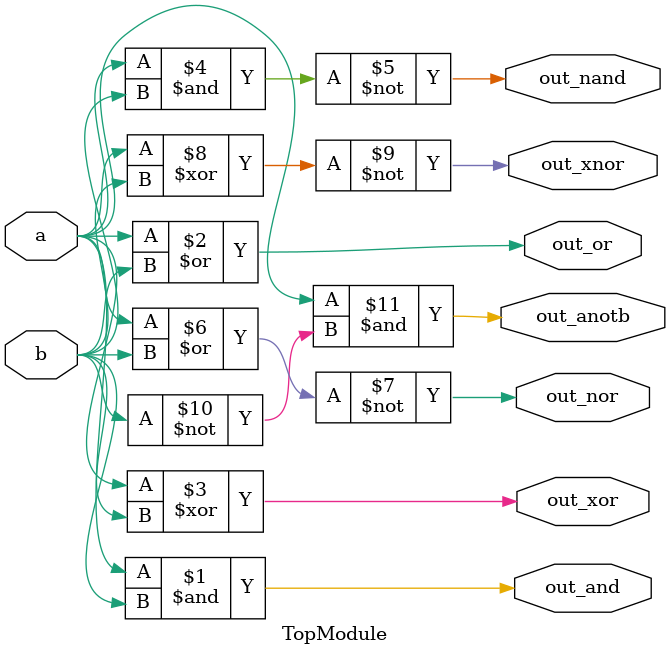
<source format=sv>
module TopModule(
    input wire a,
    input wire b,
    output wire out_and,
    output wire out_or,
    output wire out_xor,
    output wire out_nand,
    output wire out_nor,
    output wire out_xnor,
    output wire out_anotb
);

assign out_and = a & b;
assign out_or = a | b;
assign out_xor = a ^ b;
assign out_nand = ~(a & b);
assign out_nor = ~(a | b);
assign out_xnor = ~(a ^ b);
assign out_anotb = a & ~b;

endmodule
</source>
